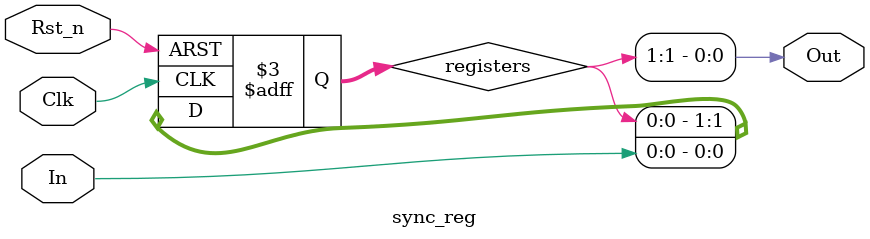
<source format=v>
module sync_reg #(
  parameter NSTAGES = 2
)(
  input Clk,
  input Rst_n,
  input In,
  output Out
);

  reg [NSTAGES-1:0] registers;

  always @(posedge Clk or negedge Rst_n)
    if(!Rst_n) registers <= {NSTAGES{1'b0}};
    else       registers <= {registers[NSTAGES-2:0],In};

  assign Out = registers[NSTAGES-1];

endmodule

</source>
